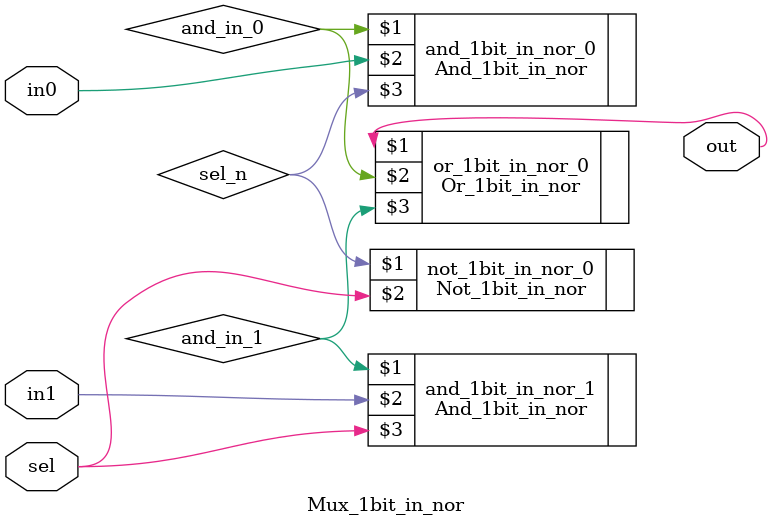
<source format=v>
`timescale 1ns/1ps

module Mux_1bit_in_nor (out, in1, in0, sel);

input in0;
input in1;
input sel;
output out;

wire sel_n;
wire and_in_0;
wire and_in_1;

Not_1bit_in_nor not_1bit_in_nor_0 (sel_n, sel);
And_1bit_in_nor and_1bit_in_nor_0 (and_in_0, in0, sel_n);
And_1bit_in_nor and_1bit_in_nor_1 (and_in_1, in1, sel);
Or_1bit_in_nor  or_1bit_in_nor_0  (out, and_in_0, and_in_1);

endmodule
</source>
